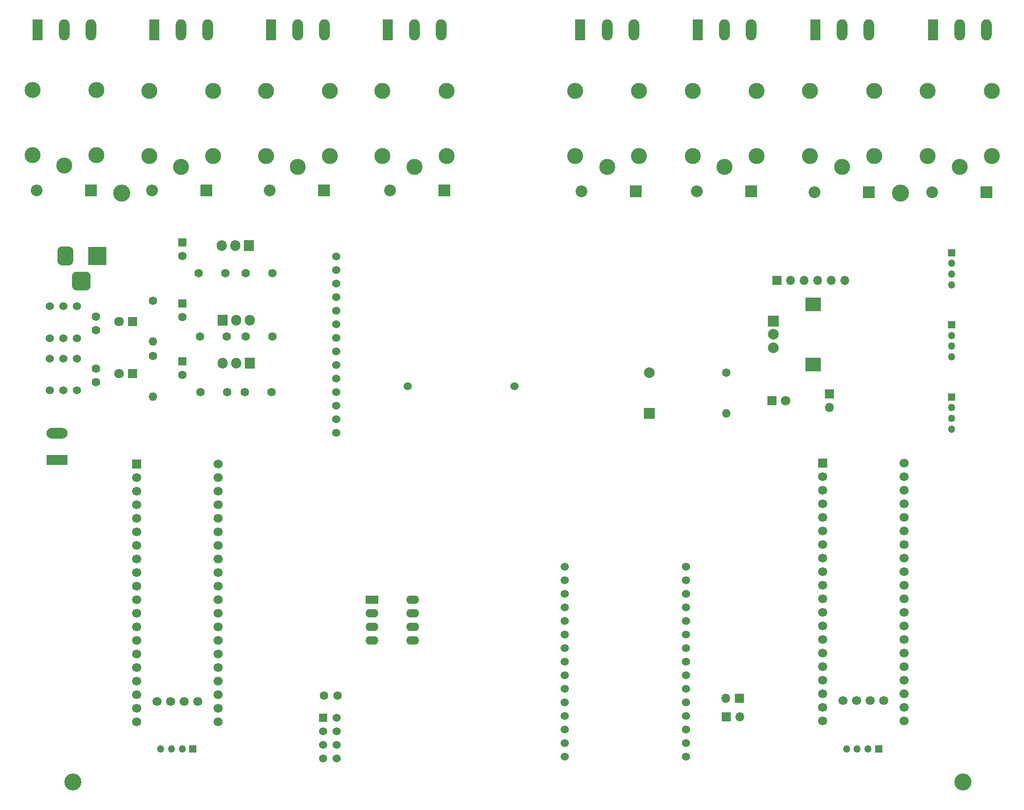
<source format=gbs>
G04 #@! TF.GenerationSoftware,KiCad,Pcbnew,(5.1.8)-1*
G04 #@! TF.CreationDate,2022-01-18T19:37:17+01:00*
G04 #@! TF.ProjectId,free_michelle_v1_0,66726565-5f6d-4696-9368-656c6c655f76,v1.0*
G04 #@! TF.SameCoordinates,Original*
G04 #@! TF.FileFunction,Soldermask,Bot*
G04 #@! TF.FilePolarity,Negative*
%FSLAX46Y46*%
G04 Gerber Fmt 4.6, Leading zero omitted, Abs format (unit mm)*
G04 Created by KiCad (PCBNEW (5.1.8)-1) date 2022-01-18 19:37:17*
%MOMM*%
%LPD*%
G01*
G04 APERTURE LIST*
%ADD10C,3.200000*%
%ADD11O,1.905000X2.000000*%
%ADD12R,1.905000X2.000000*%
%ADD13O,1.700000X1.700000*%
%ADD14R,1.700000X1.700000*%
%ADD15C,1.700000*%
%ADD16C,1.600000*%
%ADD17O,1.350000X1.350000*%
%ADD18R,1.350000X1.350000*%
%ADD19C,2.000000*%
%ADD20R,2.000000X2.000000*%
%ADD21R,1.600000X1.600000*%
%ADD22C,1.524000*%
%ADD23C,1.800000*%
%ADD24R,1.800000X1.800000*%
%ADD25O,2.200000X2.200000*%
%ADD26R,2.200000X2.200000*%
%ADD27O,1.980000X3.960000*%
%ADD28R,1.980000X3.960000*%
%ADD29O,3.960000X1.980000*%
%ADD30R,3.960000X1.980000*%
%ADD31R,3.500000X3.500000*%
%ADD32C,3.000000*%
%ADD33O,1.600000X1.600000*%
%ADD34R,3.000000X2.500000*%
%ADD35O,2.400000X1.600000*%
%ADD36R,2.400000X1.600000*%
%ADD37R,1.524000X1.524000*%
G04 APERTURE END LIST*
D10*
X189420000Y-52760000D03*
X43660000Y-52760000D03*
X34540000Y-163020000D03*
X201060000Y-163020000D03*
D11*
X62550000Y-84590000D03*
X65090000Y-84590000D03*
D12*
X67630000Y-84590000D03*
D11*
X62420000Y-62540000D03*
X64960000Y-62540000D03*
D12*
X67500000Y-62540000D03*
D13*
X179000000Y-69100000D03*
X176460000Y-69100000D03*
X173920000Y-69100000D03*
X171380000Y-69100000D03*
X168840000Y-69100000D03*
D14*
X166300000Y-69100000D03*
D15*
X50310000Y-147950000D03*
X52850000Y-147950000D03*
X55390000Y-147950000D03*
X57930000Y-147950000D03*
X61740000Y-103500000D03*
D14*
X46500000Y-103500000D03*
D15*
X61740000Y-106040000D03*
X46500000Y-106040000D03*
X61740000Y-108580000D03*
X46500000Y-108580000D03*
X61740000Y-111120000D03*
X46500000Y-111120000D03*
X61740000Y-113660000D03*
X46500000Y-113660000D03*
X61740000Y-116200000D03*
X46500000Y-116200000D03*
X61740000Y-118740000D03*
X46500000Y-118740000D03*
X61740000Y-121280000D03*
X46500000Y-121280000D03*
X61740000Y-123820000D03*
X46500000Y-123820000D03*
X61740000Y-126360000D03*
X46500000Y-126360000D03*
X61740000Y-128900000D03*
X46500000Y-128900000D03*
X61740000Y-131440000D03*
X46500000Y-131440000D03*
X61740000Y-133980000D03*
X46500000Y-133980000D03*
X61740000Y-136520000D03*
X46500000Y-136520000D03*
X61740000Y-139060000D03*
X46500000Y-139060000D03*
X61740000Y-141600000D03*
X46500000Y-141600000D03*
X61740000Y-144140000D03*
X46500000Y-144140000D03*
X61740000Y-146680000D03*
X46500000Y-146680000D03*
X61740000Y-149220000D03*
X46500000Y-149220000D03*
X61740000Y-151760000D03*
X46500000Y-151760000D03*
D16*
X38890000Y-78360000D03*
X38890000Y-75860000D03*
X38890000Y-88100000D03*
X38890000Y-85600000D03*
D17*
X199000000Y-69900000D03*
X199000000Y-67900000D03*
X199000000Y-65900000D03*
D18*
X199000000Y-63900000D03*
D17*
X199000000Y-83400000D03*
X199000000Y-81400000D03*
X199000000Y-79400000D03*
D18*
X199000000Y-77400000D03*
D19*
X142400000Y-86400000D03*
D20*
X142400000Y-94000000D03*
D16*
X81540000Y-146800000D03*
X84040000Y-146800000D03*
X55000000Y-64510000D03*
D21*
X55000000Y-62010000D03*
D16*
X58100000Y-67700000D03*
X63100000Y-67700000D03*
X55000000Y-75920000D03*
D21*
X55000000Y-73420000D03*
D16*
X71900000Y-67700000D03*
X66900000Y-67700000D03*
X58300000Y-79600000D03*
X63300000Y-79600000D03*
X55000000Y-86760000D03*
D21*
X55000000Y-84260000D03*
D16*
X58400000Y-90000000D03*
X63400000Y-90000000D03*
X71900000Y-79600000D03*
X66900000Y-79600000D03*
X71700000Y-90000000D03*
X66700000Y-90000000D03*
D22*
X117200000Y-88900000D03*
X97200000Y-88910000D03*
X83800000Y-97580000D03*
X83800000Y-95040000D03*
X83800000Y-92500000D03*
X83800000Y-89960000D03*
X83800000Y-87420000D03*
X83800000Y-84880000D03*
X83800000Y-82340000D03*
X83800000Y-79800000D03*
X83800000Y-77260000D03*
X83800000Y-74720000D03*
X83800000Y-72180000D03*
X83800000Y-69640000D03*
X83800000Y-67100000D03*
X83800000Y-64560000D03*
D23*
X167940000Y-91600000D03*
D24*
X165400000Y-91600000D03*
D25*
X129740000Y-52400000D03*
D26*
X139900000Y-52400000D03*
D25*
X27740000Y-52200000D03*
D26*
X37900000Y-52200000D03*
D25*
X151340000Y-52400000D03*
D26*
X161500000Y-52400000D03*
D25*
X49340000Y-52200000D03*
D26*
X59500000Y-52200000D03*
D25*
X173340000Y-52600000D03*
D26*
X183500000Y-52600000D03*
D25*
X71340000Y-52200000D03*
D26*
X81500000Y-52200000D03*
D25*
X195340000Y-52600000D03*
D26*
X205500000Y-52600000D03*
D25*
X93940000Y-52200000D03*
D26*
X104100000Y-52200000D03*
D23*
X43160000Y-76800000D03*
D24*
X45700000Y-76800000D03*
D23*
X43160000Y-86500000D03*
D24*
X45700000Y-86500000D03*
D15*
X178610000Y-147750000D03*
X181150000Y-147750000D03*
X183690000Y-147750000D03*
X186230000Y-147750000D03*
X190040000Y-103300000D03*
D14*
X174800000Y-103300000D03*
D15*
X190040000Y-105840000D03*
X174800000Y-105840000D03*
X190040000Y-108380000D03*
X174800000Y-108380000D03*
X190040000Y-110920000D03*
X174800000Y-110920000D03*
X190040000Y-113460000D03*
X174800000Y-113460000D03*
X190040000Y-116000000D03*
X174800000Y-116000000D03*
X190040000Y-118540000D03*
X174800000Y-118540000D03*
X190040000Y-121080000D03*
X174800000Y-121080000D03*
X190040000Y-123620000D03*
X174800000Y-123620000D03*
X190040000Y-126160000D03*
X174800000Y-126160000D03*
X190040000Y-128700000D03*
X174800000Y-128700000D03*
X190040000Y-131240000D03*
X174800000Y-131240000D03*
X190040000Y-133780000D03*
X174800000Y-133780000D03*
X190040000Y-136320000D03*
X174800000Y-136320000D03*
X190040000Y-138860000D03*
X174800000Y-138860000D03*
X190040000Y-141400000D03*
X174800000Y-141400000D03*
X190040000Y-143940000D03*
X174800000Y-143940000D03*
X190040000Y-146480000D03*
X174800000Y-146480000D03*
X190040000Y-149020000D03*
X174800000Y-149020000D03*
X190040000Y-151560000D03*
X174800000Y-151560000D03*
D13*
X159340000Y-150800000D03*
D14*
X156800000Y-150800000D03*
D13*
X156760000Y-147300000D03*
D14*
X159300000Y-147300000D03*
D17*
X51000000Y-156800000D03*
X53000000Y-156800000D03*
X55000000Y-156800000D03*
D18*
X57000000Y-156800000D03*
D27*
X139500000Y-22200000D03*
X134500000Y-22200000D03*
D28*
X129500000Y-22200000D03*
D27*
X37960000Y-22200000D03*
X32960000Y-22200000D03*
D28*
X27960000Y-22200000D03*
D27*
X161500000Y-22200000D03*
X156500000Y-22200000D03*
D28*
X151500000Y-22200000D03*
D27*
X59806666Y-22200000D03*
X54806666Y-22200000D03*
D28*
X49806666Y-22200000D03*
D17*
X179300000Y-156800000D03*
X181300000Y-156800000D03*
X183300000Y-156800000D03*
D18*
X185300000Y-156800000D03*
D17*
X199000000Y-96900000D03*
X199000000Y-94900000D03*
X199000000Y-92900000D03*
D18*
X199000000Y-90900000D03*
D27*
X183500000Y-22200000D03*
X178500000Y-22200000D03*
D28*
X173500000Y-22200000D03*
D27*
X81653332Y-22200000D03*
X76653332Y-22200000D03*
D28*
X71653332Y-22200000D03*
D13*
X176100000Y-92840000D03*
D14*
X176100000Y-90300000D03*
D27*
X205500000Y-22200000D03*
X200500000Y-22200000D03*
D28*
X195500000Y-22200000D03*
D27*
X103500000Y-22200000D03*
X98500000Y-22200000D03*
D28*
X93500000Y-22200000D03*
D29*
X31600000Y-97700000D03*
D30*
X31600000Y-102700000D03*
G36*
G01*
X34380000Y-70075000D02*
X34380000Y-68325000D01*
G75*
G02*
X35255000Y-67450000I875000J0D01*
G01*
X37005000Y-67450000D01*
G75*
G02*
X37880000Y-68325000I0J-875000D01*
G01*
X37880000Y-70075000D01*
G75*
G02*
X37005000Y-70950000I-875000J0D01*
G01*
X35255000Y-70950000D01*
G75*
G02*
X34380000Y-70075000I0J875000D01*
G01*
G37*
G36*
G01*
X31630000Y-65500000D02*
X31630000Y-63500000D01*
G75*
G02*
X32380000Y-62750000I750000J0D01*
G01*
X33880000Y-62750000D01*
G75*
G02*
X34630000Y-63500000I0J-750000D01*
G01*
X34630000Y-65500000D01*
G75*
G02*
X33880000Y-66250000I-750000J0D01*
G01*
X32380000Y-66250000D01*
G75*
G02*
X31630000Y-65500000I0J750000D01*
G01*
G37*
D31*
X39130000Y-64500000D03*
D32*
X134500000Y-47800000D03*
X128500000Y-45800000D03*
X128500000Y-33600000D03*
X140500000Y-33600000D03*
X140500000Y-45800000D03*
X32980000Y-47600000D03*
X26980000Y-45600000D03*
X26980000Y-33400000D03*
X38980000Y-33400000D03*
X38980000Y-45600000D03*
X156500000Y-47800000D03*
X150500000Y-45800000D03*
X150500000Y-33600000D03*
X162500000Y-33600000D03*
X162500000Y-45800000D03*
X54820000Y-47800000D03*
X48820000Y-45800000D03*
X48820000Y-33600000D03*
X60820000Y-33600000D03*
X60820000Y-45800000D03*
X178500000Y-47800000D03*
X172500000Y-45800000D03*
X172500000Y-33600000D03*
X184500000Y-33600000D03*
X184500000Y-45800000D03*
X76660000Y-47800000D03*
X70660000Y-45800000D03*
X70660000Y-33600000D03*
X82660000Y-33600000D03*
X82660000Y-45800000D03*
X200500000Y-47800000D03*
X194500000Y-45800000D03*
X194500000Y-33600000D03*
X206500000Y-33600000D03*
X206500000Y-45800000D03*
X98500000Y-47800000D03*
X92500000Y-45800000D03*
X92500000Y-33600000D03*
X104500000Y-33600000D03*
X104500000Y-45800000D03*
D33*
X156820000Y-94020000D03*
D16*
X156820000Y-86400000D03*
D33*
X49500000Y-80520000D03*
D16*
X49500000Y-72900000D03*
D33*
X49500000Y-90820000D03*
D16*
X49500000Y-83200000D03*
D20*
X165600000Y-76700000D03*
D19*
X165600000Y-79200000D03*
X165600000Y-81700000D03*
D34*
X173100000Y-73600000D03*
X173100000Y-84800000D03*
D22*
X35300000Y-79900000D03*
X35300000Y-73900000D03*
X32800000Y-79900000D03*
X32800000Y-73900000D03*
X30200000Y-79900000D03*
X30200000Y-73900000D03*
X35300000Y-89700000D03*
X35300000Y-83700000D03*
X32800000Y-89700000D03*
X32800000Y-83700000D03*
X30200000Y-89700000D03*
X30200000Y-83700000D03*
D35*
X98120000Y-128900000D03*
X90500000Y-136520000D03*
X98120000Y-131440000D03*
X90500000Y-133980000D03*
X98120000Y-133980000D03*
X90500000Y-131440000D03*
X98120000Y-136520000D03*
D36*
X90500000Y-128900000D03*
D22*
X149280000Y-158205000D03*
X149280000Y-155665000D03*
X149280000Y-153125000D03*
X149280000Y-150585000D03*
X149280000Y-148045000D03*
X149280000Y-145505000D03*
X149280000Y-142965000D03*
X149280000Y-140425000D03*
X149280000Y-137885000D03*
X149280000Y-135345000D03*
X149280000Y-132805000D03*
X149280000Y-130265000D03*
X149280000Y-127725000D03*
X149280000Y-125185000D03*
X149280000Y-122645000D03*
X126620000Y-158205000D03*
X126620000Y-155665000D03*
X126620000Y-153125000D03*
X126620000Y-150585000D03*
X126620000Y-148045000D03*
X126620000Y-145505000D03*
X126620000Y-142965000D03*
X126620000Y-140425000D03*
X126620000Y-137885000D03*
X126620000Y-135345000D03*
X126620000Y-132805000D03*
X126620000Y-130265000D03*
X126620000Y-127725000D03*
X126620000Y-125185000D03*
X126620000Y-122645000D03*
X83940000Y-158620000D03*
X81400000Y-158620000D03*
X83940000Y-156080000D03*
X81400000Y-156080000D03*
X83940000Y-153540000D03*
X81400000Y-153540000D03*
X83940000Y-151000000D03*
D37*
X81400000Y-151000000D03*
D11*
X67680000Y-76500000D03*
X65140000Y-76500000D03*
D12*
X62600000Y-76500000D03*
M02*

</source>
